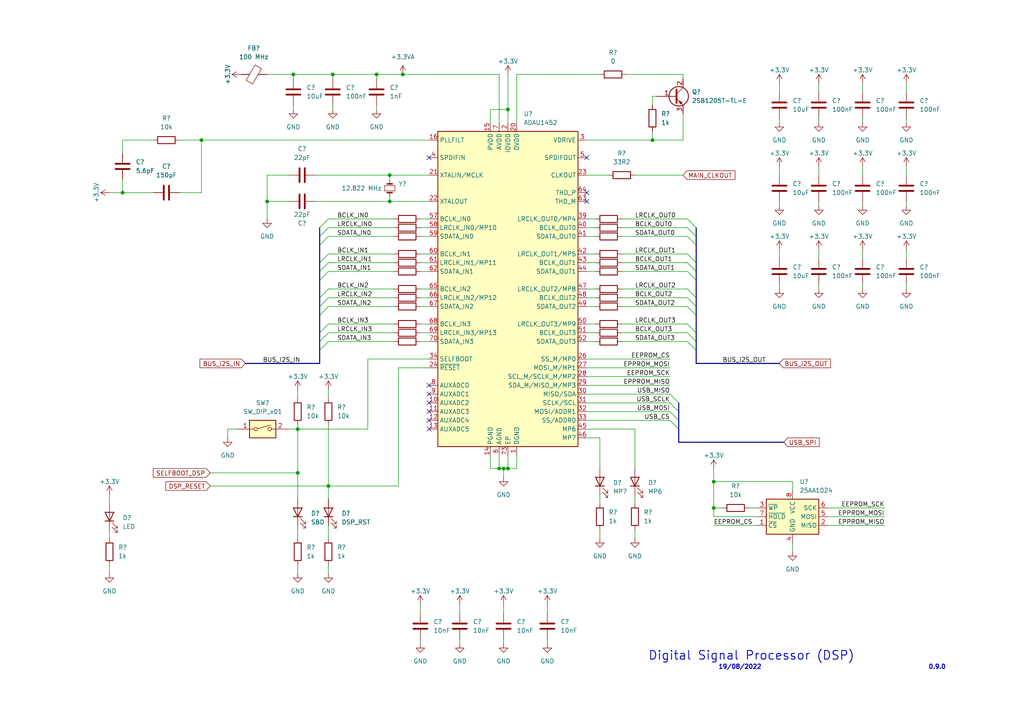
<source format=kicad_sch>
(kicad_sch (version 20211123) (generator eeschema)
  (paper "A4")
  (lib_symbols
    (symbol "DSP_AnalogDevices:ADAU1452"
      (property "Reference" "U" (at -17.78 46.99 0))
      (property "Value" "ADAU1452" (at 15.24 46.99 0))
      (symbol "ADAU1452_1_1"
        (pin power_in line (at 2.54 -48.26 90) (length 2.54) (name "DGND") (number "1"))
        (pin input line (at -22.86 -33.02 0) (length 2.54) (name "AUXADC2") (number "10"))
        (pin input line (at -22.86 -35.56 0) (length 2.54) (name "AUXADC3") (number "11"))
        (pin input line (at -22.86 -38.1 0) (length 2.54) (name "AUXADC4") (number "12"))
        (pin input line (at -22.86 -40.64 0) (length 2.54) (name "AUXADC5") (number "13"))
        (pin power_in line (at -5.08 -48.26 90) (length 2.54) (name "PGND") (number "14"))
        (pin power_in line (at -5.08 48.26 270) (length 2.54) (name "PVDD") (number "15"))
        (pin passive line (at -22.86 43.18 0) (length 2.54) (name "PLLFILT") (number "16"))
        (pin passive line (at 2.54 -48.26 90) (length 2.54) hide (name "DGND") (number "17"))
        (pin passive line (at 0 48.26 270) (length 2.54) hide (name "IOVDD") (number "18"))
        (pin passive line (at 2.54 -48.26 90) (length 2.54) hide (name "DGND") (number "19"))
        (pin power_in line (at 0 48.26 270) (length 2.54) (name "IOVDD") (number "2"))
        (pin power_in line (at 2.54 48.26 270) (length 2.54) (name "DVDD") (number "20"))
        (pin input line (at -22.86 33.02 0) (length 2.54) (name "XTALIN/MCLK") (number "21"))
        (pin output line (at -22.86 25.4 0) (length 2.54) (name "XTALOUT") (number "22"))
        (pin output line (at 22.86 33.02 180) (length 2.54) (name "CLKOUT") (number "23"))
        (pin input line (at -22.86 -22.86 0) (length 2.54) (name "~{RESET}") (number "24"))
        (pin passive line (at 2.54 -48.26 90) (length 2.54) hide (name "DGND") (number "25"))
        (pin bidirectional line (at 22.86 -20.32 180) (length 2.54) (name "SS_M/MP0") (number "26"))
        (pin bidirectional line (at 22.86 -22.86 180) (length 2.54) (name "MOSI_M/MP1") (number "27"))
        (pin bidirectional line (at 22.86 -25.4 180) (length 2.54) (name "SCL_M/SCLK_M/MP2") (number "28"))
        (pin bidirectional line (at 22.86 -27.94 180) (length 2.54) (name "SDA_M/MISO_M/MP3") (number "29"))
        (pin output line (at 22.86 43.18 180) (length 2.54) (name "VDRIVE") (number "3"))
        (pin bidirectional line (at 22.86 -30.48 180) (length 2.54) (name "MISO/SDA") (number "30"))
        (pin input line (at 22.86 -33.02 180) (length 2.54) (name "SCLK/SCL") (number "31"))
        (pin input line (at 22.86 -35.56 180) (length 2.54) (name "MOSI/ADDR1") (number "32"))
        (pin input line (at 22.86 -38.1 180) (length 2.54) (name "SS/ADDR0") (number "33"))
        (pin input line (at -22.86 -20.32 0) (length 2.54) (name "SELFBOOT") (number "34"))
        (pin passive line (at 2.54 48.26 270) (length 2.54) hide (name "DVDD") (number "35"))
        (pin passive line (at 2.54 -48.26 90) (length 2.54) hide (name "DGND") (number "36"))
        (pin passive line (at 2.54 -48.26 90) (length 2.54) hide (name "DGND") (number "37"))
        (pin passive line (at 0 48.26 270) (length 2.54) hide (name "IOVDD") (number "38"))
        (pin bidirectional line (at 22.86 20.32 180) (length 2.54) (name "LRCLK_OUT0/MP4") (number "39"))
        (pin input line (at -22.86 38.1 0) (length 2.54) (name "SPDIFIN") (number "4"))
        (pin bidirectional line (at 22.86 17.78 180) (length 2.54) (name "BCLK_OUT0") (number "40"))
        (pin output line (at 22.86 15.24 180) (length 2.54) (name "SDATA_OUT0") (number "41"))
        (pin bidirectional line (at 22.86 10.16 180) (length 2.54) (name "LRCLK_OUT1/MP5") (number "42"))
        (pin bidirectional line (at 22.86 7.62 180) (length 2.54) (name "BCLK_OUT1") (number "43"))
        (pin output line (at 22.86 5.08 180) (length 2.54) (name "SDATA_OUT1") (number "44"))
        (pin bidirectional line (at 22.86 -40.64 180) (length 2.54) (name "MP6") (number "45"))
        (pin bidirectional line (at 22.86 -43.18 180) (length 2.54) (name "MP7") (number "46"))
        (pin bidirectional line (at 22.86 0 180) (length 2.54) (name "LRCLK_OUT2/MP8") (number "47"))
        (pin bidirectional line (at 22.86 -2.54 180) (length 2.54) (name "BCLK_OUT2") (number "48"))
        (pin output line (at 22.86 -5.08 180) (length 2.54) (name "SDATA_OUT2") (number "49"))
        (pin output line (at 22.86 38.1 180) (length 2.54) (name "SPDIFOUT") (number "5"))
        (pin bidirectional line (at 22.86 -10.16 180) (length 2.54) (name "LRCLK_OUT3/MP9") (number "50"))
        (pin bidirectional line (at 22.86 -12.7 180) (length 2.54) (name "BCLK_OUT3") (number "51"))
        (pin output line (at 22.86 -15.24 180) (length 2.54) (name "SDATA_OUT3") (number "52"))
        (pin passive line (at 2.54 48.26 270) (length 2.54) hide (name "DVDD") (number "53"))
        (pin passive line (at 2.54 -48.26 90) (length 2.54) hide (name "DGND") (number "54"))
        (pin passive line (at 2.54 -48.26 90) (length 2.54) hide (name "DGND") (number "55"))
        (pin passive line (at 0 48.26 270) (length 2.54) hide (name "IOVDD") (number "56"))
        (pin bidirectional line (at -22.86 20.32 0) (length 2.54) (name "BCLK_IN0") (number "57"))
        (pin bidirectional line (at -22.86 17.78 0) (length 2.54) (name "LRCLK_IN0/MP10") (number "58"))
        (pin input line (at -22.86 15.24 0) (length 2.54) (name "SDATA_IN0") (number "59"))
        (pin power_in line (at -2.54 -48.26 90) (length 2.54) (name "AGND") (number "6"))
        (pin bidirectional line (at -22.86 10.16 0) (length 2.54) (name "BCLK_IN1") (number "60"))
        (pin bidirectional line (at -22.86 7.62 0) (length 2.54) (name "LRCLK_IN1/MP11") (number "61"))
        (pin input line (at -22.86 5.08 0) (length 2.54) (name "SDATA_IN1") (number "62"))
        (pin passive line (at 22.86 25.4 180) (length 2.54) (name "THD_M") (number "63"))
        (pin passive line (at 22.86 27.94 180) (length 2.54) (name "THD_P") (number "64"))
        (pin bidirectional line (at -22.86 0 0) (length 2.54) (name "BCLK_IN2") (number "65"))
        (pin bidirectional line (at -22.86 -2.54 0) (length 2.54) (name "LRCLK_IN2/MP12") (number "66"))
        (pin input line (at -22.86 -5.08 0) (length 2.54) (name "SDATA_IN2") (number "67"))
        (pin bidirectional line (at -22.86 -10.16 0) (length 2.54) (name "BCLK_IN3") (number "68"))
        (pin bidirectional line (at -22.86 -12.7 0) (length 2.54) (name "LRCLK_IN3/MP13") (number "69"))
        (pin power_in line (at -2.54 48.26 270) (length 2.54) (name "AVDD") (number "7"))
        (pin input line (at -22.86 -15.24 0) (length 2.54) (name "SDATA_IN3") (number "70"))
        (pin passive line (at 2.54 48.26 270) (length 2.54) hide (name "DVDD") (number "71"))
        (pin passive line (at 2.54 -48.26 90) (length 2.54) hide (name "DGND") (number "72"))
        (pin power_in line (at 0 -48.26 90) (length 2.54) (name "EP") (number "73"))
        (pin input line (at -22.86 -27.94 0) (length 2.54) (name "AUXADC0") (number "8"))
        (pin input line (at -22.86 -30.48 0) (length 2.54) (name "AUXADC1") (number "9"))
      )
    )
    (symbol "Device:C" (pin_numbers hide) (pin_names (offset 0.254))
      (property "Reference" "C" (at 0.635 2.54 0))
      (property "Value" "C" (at 0.635 -2.54 0))
      (symbol "C_1_1"
        (pin passive line (at 0 3.81 270) (length 2.794) (name "~") (number "1"))
        (pin passive line (at 0 -3.81 90) (length 2.794) (name "~") (number "2"))
      )
    )
    (symbol "Device:Crystal_Small" (pin_numbers hide) (pin_names (offset 1.016) hide)
      (property "Reference" "Y" (at 0 2.54 0))
      (property "Value" "Crystal_Small" (at 0 -2.54 0))
      (symbol "Crystal_Small_1_1"
        (pin passive line (at -2.54 0 0) (length 1.27) (name "1") (number "1"))
        (pin passive line (at 2.54 0 180) (length 1.27) (name "2") (number "2"))
      )
    )
    (symbol "Device:FerriteBead" (pin_numbers hide) (pin_names (offset 0))
      (property "Reference" "FB" (at -3.81 0.635 90))
      (property "Value" "FerriteBead" (at 3.81 0 90))
      (symbol "FerriteBead_1_1"
        (pin passive line (at 0 3.81 270) (length 2.54) (name "~") (number "1"))
        (pin passive line (at 0 -3.81 90) (length 2.54) (name "~") (number "2"))
      )
    )
    (symbol "Device:LED" (pin_numbers hide) (pin_names (offset 1.016) hide)
      (property "Reference" "D" (at 0 2.54 0))
      (property "Value" "LED" (at 0 -2.54 0))
      (symbol "LED_1_1"
        (pin passive line (at -3.81 0 0) (length 2.54) (name "K") (number "1"))
        (pin passive line (at 3.81 0 180) (length 2.54) (name "A") (number "2"))
      )
    )
    (symbol "Device:Q_PNP_BCE" (pin_names (offset 0) hide)
      (property "Reference" "Q" (at 5.08 1.27 0))
      (property "Value" "Q_PNP_BCE" (at 5.08 -1.27 0))
      (symbol "Q_PNP_BCE_1_1"
        (pin input line (at -5.08 0 0) (length 5.715) (name "B") (number "1"))
        (pin passive line (at 2.54 5.08 270) (length 2.54) (name "C") (number "2"))
        (pin passive line (at 2.54 -5.08 90) (length 2.54) (name "E") (number "3"))
      )
    )
    (symbol "Device:R" (pin_numbers hide) (pin_names (offset 0))
      (property "Reference" "R" (at 2.032 0 90))
      (property "Value" "R" (at 0 0 90))
      (symbol "R_1_1"
        (pin passive line (at 0 3.81 270) (length 1.27) (name "~") (number "1"))
        (pin passive line (at 0 -3.81 90) (length 1.27) (name "~") (number "2"))
      )
    )
    (symbol "Memory_EEPROM:25LCxxx"
      (property "Reference" "U" (at -7.62 6.35 0))
      (property "Value" "25LCxxx" (at 2.54 -6.35 0))
      (symbol "25LCxxx_1_1"
        (pin input line (at -10.16 -2.54 0) (length 2.54) (name "~{CS}") (number "1"))
        (pin tri_state line (at 10.16 -2.54 180) (length 2.54) (name "MISO") (number "2"))
        (pin input line (at -10.16 2.54 0) (length 2.54) (name "~{WP}") (number "3"))
        (pin power_in line (at 0 -7.62 90) (length 2.54) (name "GND") (number "4"))
        (pin input line (at 10.16 0 180) (length 2.54) (name "MOSI") (number "5"))
        (pin input line (at 10.16 2.54 180) (length 2.54) (name "SCK") (number "6"))
        (pin input line (at -10.16 0 0) (length 2.54) (name "~{HOLD}") (number "7"))
        (pin power_in line (at 0 7.62 270) (length 2.54) (name "VCC") (number "8"))
      )
    )
    (symbol "Switch:SW_DIP_x01" (pin_names (offset 0) hide)
      (property "Reference" "SW" (at 0 3.81 0))
      (property "Value" "SW_DIP_x01" (at 0 -3.81 0))
      (symbol "SW_DIP_x01_1_1"
        (pin passive line (at -7.62 0 0) (length 5.08) (name "~") (number "1"))
        (pin passive line (at 7.62 0 180) (length 5.08) (name "~") (number "2"))
      )
    )
    (symbol "power:+3.3V" (power) (pin_names (offset 0))
      (property "Value" "+3.3V" (at 0 3.556 0))
      (symbol "+3.3V_1_1"
        (pin power_in line (at 0 0 90) (length 0) hide (name "+3.3V") (number "1"))
      )
    )
    (symbol "power:+3.3VA" (power) (pin_names (offset 0))
      (property "Value" "+3.3VA" (at 0 3.556 0))
      (symbol "+3.3VA_1_1"
        (pin power_in line (at 0 0 90) (length 0) hide (name "+3.3VA") (number "1"))
      )
    )
    (symbol "power:GND" (power) (pin_names (offset 0))
      (property "Value" "GND" (at 0 -3.81 0))
      (symbol "GND_1_1"
        (pin power_in line (at 0 0 270) (length 0) hide (name "GND") (number "1"))
      )
    )
  )
  (junction (at 58.42 40.64))
  (junction (at 113.03 50.8))
  (junction (at 207.01 147.32))
  (junction (at 189.23 40.64))
  (junction (at 86.36 137.16))
  (junction (at 147.32 135.89))
  (junction (at 95.25 140.97))
  (junction (at 77.47 58.42))
  (junction (at 35.56 55.88))
  (junction (at 146.05 135.89))
  (junction (at 207.01 139.7))
  (junction (at 85.09 21.59))
  (junction (at 109.22 21.59))
  (junction (at 113.03 58.42))
  (junction (at 147.32 31.75))
  (junction (at 116.84 21.59))
  (junction (at 144.78 135.89))
  (junction (at 96.52 21.59))
  (junction (at 86.36 124.46))
  (no_connect (at 124.46 114.3))
  (no_connect (at 124.46 119.38))
  (no_connect (at 124.46 121.92))
  (no_connect (at 124.46 45.72))
  (no_connect (at 124.46 124.46))
  (no_connect (at 170.18 58.42))
  (no_connect (at 170.18 55.88))
  (no_connect (at 124.46 111.76))
  (no_connect (at 124.46 116.84))
  (no_connect (at 170.18 45.72))
  (bus_entry (at 199.39 96.52) (size 2.54 2.54))
  (bus_entry (at 92.71 96.52) (size 2.54 -2.54))
  (bus_entry (at 199.39 93.98) (size 2.54 2.54))
  (bus_entry (at 199.39 63.5) (size 2.54 2.54))
  (bus_entry (at 199.39 68.58) (size 2.54 2.54))
  (bus_entry (at 194.31 116.84) (size 2.54 2.54))
  (bus_entry (at 194.31 119.38) (size 2.54 2.54))
  (bus_entry (at 199.39 73.66) (size 2.54 2.54))
  (bus_entry (at 92.71 88.9) (size 2.54 -2.54))
  (bus_entry (at 194.31 121.92) (size 2.54 2.54))
  (bus_entry (at 95.25 63.5) (size -2.54 2.54))
  (bus_entry (at 199.39 99.06) (size 2.54 2.54))
  (bus_entry (at 199.39 83.82) (size 2.54 2.54))
  (bus_entry (at 92.71 101.6) (size 2.54 -2.54))
  (bus_entry (at 92.71 76.2) (size 2.54 -2.54))
  (bus_entry (at 92.71 99.06) (size 2.54 -2.54))
  (bus_entry (at 92.71 71.12) (size 2.54 -2.54))
  (bus_entry (at 199.39 88.9) (size 2.54 2.54))
  (bus_entry (at 199.39 66.04) (size 2.54 2.54))
  (bus_entry (at 194.31 114.3) (size 2.54 2.54))
  (bus_entry (at 92.71 78.74) (size 2.54 -2.54))
  (bus_entry (at 92.71 91.44) (size 2.54 -2.54))
  (bus_entry (at 92.71 81.28) (size 2.54 -2.54))
  (bus_entry (at 92.71 86.36) (size 2.54 -2.54))
  (bus_entry (at 199.39 86.36) (size 2.54 2.54))
  (bus_entry (at 199.39 76.2) (size 2.54 2.54))
  (bus_entry (at 92.71 68.58) (size 2.54 -2.54))
  (bus_entry (at 199.39 78.74) (size 2.54 2.54))
  (wire (pts (xy 31.75 55.88) (xy 35.56 55.88)))
  (wire (pts (xy 219.71 149.86) (xy 207.01 149.86)))
  (wire (pts (xy 142.24 135.89) (xy 144.78 135.89)))
  (wire (pts (xy 86.36 137.16) (xy 86.36 124.46)))
  (wire (pts (xy 149.86 21.59) (xy 173.99 21.59)))
  (wire (pts (xy 226.06 58.42) (xy 226.06 59.69)))
  (wire (pts (xy 173.99 127) (xy 173.99 135.89)))
  (wire (pts (xy 83.82 124.46) (xy 86.36 124.46)))
  (wire (pts (xy 109.22 21.59) (xy 116.84 21.59)))
  (wire (pts (xy 184.15 124.46) (xy 184.15 135.89)))
  (wire (pts (xy 170.18 68.58) (xy 172.72 68.58)))
  (wire (pts (xy 77.47 58.42) (xy 77.47 50.8)))
  (bus (pts (xy 201.93 101.6) (xy 201.93 105.41)))
  (wire (pts (xy 121.92 93.98) (xy 124.46 93.98)))
  (wire (pts (xy 250.19 82.55) (xy 250.19 83.82)))
  (wire (pts (xy 35.56 52.07) (xy 35.56 55.88)))
  (wire (pts (xy 95.25 123.19) (xy 95.25 140.97)))
  (wire (pts (xy 121.92 96.52) (xy 124.46 96.52)))
  (wire (pts (xy 237.49 58.42) (xy 237.49 59.69)))
  (wire (pts (xy 207.01 139.7) (xy 229.87 139.7)))
  (bus (pts (xy 196.85 124.46) (xy 196.85 128.27)))
  (wire (pts (xy 149.86 21.59) (xy 149.86 35.56)))
  (wire (pts (xy 95.25 66.04) (xy 114.3 66.04)))
  (wire (pts (xy 170.18 86.36) (xy 172.72 86.36)))
  (wire (pts (xy 109.22 30.48) (xy 109.22 31.75)))
  (bus (pts (xy 201.93 71.12) (xy 201.93 76.2)))
  (wire (pts (xy 149.86 132.08) (xy 149.86 135.89)))
  (wire (pts (xy 60.96 137.16) (xy 86.36 137.16)))
  (wire (pts (xy 85.09 30.48) (xy 85.09 31.75)))
  (bus (pts (xy 201.93 88.9) (xy 201.93 91.44)))
  (bus (pts (xy 201.93 76.2) (xy 201.93 78.74)))
  (wire (pts (xy 31.75 143.51) (xy 31.75 146.05)))
  (wire (pts (xy 184.15 143.51) (xy 184.15 146.05)))
  (wire (pts (xy 66.04 124.46) (xy 66.04 127)))
  (wire (pts (xy 180.34 99.06) (xy 199.39 99.06)))
  (bus (pts (xy 92.71 88.9) (xy 92.71 91.44)))
  (wire (pts (xy 170.18 109.22) (xy 194.31 109.22)))
  (bus (pts (xy 201.93 81.28) (xy 201.93 86.36)))
  (wire (pts (xy 250.19 72.39) (xy 250.19 74.93)))
  (wire (pts (xy 121.92 88.9) (xy 124.46 88.9)))
  (wire (pts (xy 95.25 99.06) (xy 114.3 99.06)))
  (bus (pts (xy 92.71 101.6) (xy 92.71 105.41)))
  (wire (pts (xy 147.32 31.75) (xy 147.32 35.56)))
  (bus (pts (xy 92.71 71.12) (xy 92.71 76.2)))
  (bus (pts (xy 92.71 81.28) (xy 92.71 86.36)))
  (wire (pts (xy 77.47 58.42) (xy 83.82 58.42)))
  (wire (pts (xy 109.22 21.59) (xy 109.22 22.86)))
  (wire (pts (xy 209.55 147.32) (xy 207.01 147.32)))
  (wire (pts (xy 86.36 113.03) (xy 86.36 115.57)))
  (wire (pts (xy 95.25 113.03) (xy 95.25 115.57)))
  (wire (pts (xy 121.92 73.66) (xy 124.46 73.66)))
  (wire (pts (xy 133.35 175.26) (xy 133.35 177.8)))
  (wire (pts (xy 91.44 58.42) (xy 113.03 58.42)))
  (wire (pts (xy 170.18 76.2) (xy 172.72 76.2)))
  (wire (pts (xy 113.03 57.15) (xy 113.03 58.42)))
  (wire (pts (xy 170.18 104.14) (xy 194.31 104.14)))
  (wire (pts (xy 250.19 24.13) (xy 250.19 26.67)))
  (wire (pts (xy 170.18 127) (xy 173.99 127)))
  (wire (pts (xy 170.18 66.04) (xy 172.72 66.04)))
  (bus (pts (xy 201.93 86.36) (xy 201.93 88.9)))
  (wire (pts (xy 95.25 93.98) (xy 114.3 93.98)))
  (wire (pts (xy 106.68 104.14) (xy 124.46 104.14)))
  (wire (pts (xy 229.87 139.7) (xy 229.87 142.24)))
  (bus (pts (xy 201.93 96.52) (xy 201.93 99.06)))
  (wire (pts (xy 226.06 48.26) (xy 226.06 50.8)))
  (wire (pts (xy 180.34 78.74) (xy 199.39 78.74)))
  (wire (pts (xy 95.25 73.66) (xy 114.3 73.66)))
  (wire (pts (xy 147.32 135.89) (xy 146.05 135.89)))
  (wire (pts (xy 190.5 27.94) (xy 189.23 27.94)))
  (wire (pts (xy 262.89 24.13) (xy 262.89 26.67)))
  (wire (pts (xy 189.23 38.1) (xy 189.23 40.64)))
  (bus (pts (xy 92.71 66.04) (xy 92.71 68.58)))
  (wire (pts (xy 149.86 135.89) (xy 147.32 135.89)))
  (wire (pts (xy 198.12 33.02) (xy 198.12 40.64)))
  (wire (pts (xy 170.18 50.8) (xy 176.53 50.8)))
  (wire (pts (xy 189.23 40.64) (xy 198.12 40.64)))
  (wire (pts (xy 217.17 147.32) (xy 219.71 147.32)))
  (wire (pts (xy 96.52 21.59) (xy 109.22 21.59)))
  (wire (pts (xy 262.89 72.39) (xy 262.89 74.93)))
  (wire (pts (xy 106.68 104.14) (xy 106.68 124.46)))
  (wire (pts (xy 170.18 116.84) (xy 194.31 116.84)))
  (wire (pts (xy 95.25 152.4) (xy 95.25 156.21)))
  (wire (pts (xy 121.92 63.5) (xy 124.46 63.5)))
  (wire (pts (xy 95.25 68.58) (xy 114.3 68.58)))
  (wire (pts (xy 158.75 175.26) (xy 158.75 177.8)))
  (wire (pts (xy 96.52 30.48) (xy 96.52 31.75)))
  (bus (pts (xy 201.93 68.58) (xy 201.93 71.12)))
  (wire (pts (xy 250.19 34.29) (xy 250.19 35.56)))
  (bus (pts (xy 92.71 86.36) (xy 92.71 88.9)))
  (wire (pts (xy 116.84 21.59) (xy 144.78 21.59)))
  (wire (pts (xy 35.56 40.64) (xy 44.45 40.64)))
  (wire (pts (xy 77.47 63.5) (xy 77.47 58.42)))
  (wire (pts (xy 142.24 35.56) (xy 142.24 31.75)))
  (wire (pts (xy 95.25 86.36) (xy 114.3 86.36)))
  (wire (pts (xy 52.07 40.64) (xy 58.42 40.64)))
  (wire (pts (xy 170.18 119.38) (xy 194.31 119.38)))
  (wire (pts (xy 144.78 135.89) (xy 146.05 135.89)))
  (wire (pts (xy 121.92 68.58) (xy 124.46 68.58)))
  (wire (pts (xy 180.34 66.04) (xy 199.39 66.04)))
  (wire (pts (xy 95.25 63.5) (xy 114.3 63.5)))
  (wire (pts (xy 58.42 40.64) (xy 124.46 40.64)))
  (wire (pts (xy 35.56 44.45) (xy 35.56 40.64)))
  (wire (pts (xy 35.56 55.88) (xy 44.45 55.88)))
  (wire (pts (xy 180.34 63.5) (xy 199.39 63.5)))
  (bus (pts (xy 201.93 66.04) (xy 201.93 68.58)))
  (wire (pts (xy 207.01 152.4) (xy 219.71 152.4)))
  (wire (pts (xy 173.99 153.67) (xy 173.99 156.21)))
  (wire (pts (xy 237.49 24.13) (xy 237.49 26.67)))
  (bus (pts (xy 92.71 78.74) (xy 92.71 81.28)))
  (wire (pts (xy 95.25 88.9) (xy 114.3 88.9)))
  (wire (pts (xy 170.18 83.82) (xy 172.72 83.82)))
  (wire (pts (xy 95.25 140.97) (xy 115.57 140.97)))
  (bus (pts (xy 201.93 105.41) (xy 226.06 105.41)))
  (wire (pts (xy 121.92 99.06) (xy 124.46 99.06)))
  (wire (pts (xy 262.89 34.29) (xy 262.89 35.56)))
  (wire (pts (xy 262.89 48.26) (xy 262.89 50.8)))
  (wire (pts (xy 180.34 88.9) (xy 199.39 88.9)))
  (wire (pts (xy 158.75 185.42) (xy 158.75 186.69)))
  (wire (pts (xy 121.92 185.42) (xy 121.92 186.69)))
  (bus (pts (xy 92.71 68.58) (xy 92.71 71.12)))
  (wire (pts (xy 181.61 21.59) (xy 198.12 21.59)))
  (wire (pts (xy 133.35 185.42) (xy 133.35 186.69)))
  (wire (pts (xy 121.92 175.26) (xy 121.92 177.8)))
  (wire (pts (xy 180.34 96.52) (xy 199.39 96.52)))
  (wire (pts (xy 207.01 149.86) (xy 207.01 147.32)))
  (wire (pts (xy 170.18 73.66) (xy 172.72 73.66)))
  (wire (pts (xy 170.18 40.64) (xy 189.23 40.64)))
  (wire (pts (xy 180.34 83.82) (xy 199.39 83.82)))
  (wire (pts (xy 146.05 175.26) (xy 146.05 177.8)))
  (wire (pts (xy 170.18 121.92) (xy 194.31 121.92)))
  (wire (pts (xy 262.89 58.42) (xy 262.89 59.69)))
  (wire (pts (xy 121.92 76.2) (xy 124.46 76.2)))
  (wire (pts (xy 85.09 22.86) (xy 85.09 21.59)))
  (wire (pts (xy 189.23 27.94) (xy 189.23 30.48)))
  (wire (pts (xy 95.25 163.83) (xy 95.25 166.37)))
  (wire (pts (xy 96.52 21.59) (xy 96.52 22.86)))
  (wire (pts (xy 170.18 93.98) (xy 172.72 93.98)))
  (wire (pts (xy 147.32 21.59) (xy 147.32 31.75)))
  (wire (pts (xy 240.03 147.32) (xy 256.54 147.32)))
  (wire (pts (xy 170.18 96.52) (xy 172.72 96.52)))
  (wire (pts (xy 52.07 55.88) (xy 58.42 55.88)))
  (wire (pts (xy 77.47 21.59) (xy 85.09 21.59)))
  (wire (pts (xy 60.96 140.97) (xy 95.25 140.97)))
  (wire (pts (xy 95.25 76.2) (xy 114.3 76.2)))
  (wire (pts (xy 95.25 140.97) (xy 95.25 144.78)))
  (wire (pts (xy 146.05 135.89) (xy 146.05 138.43)))
  (wire (pts (xy 144.78 21.59) (xy 144.78 35.56)))
  (wire (pts (xy 170.18 106.68) (xy 194.31 106.68)))
  (wire (pts (xy 144.78 132.08) (xy 144.78 135.89)))
  (wire (pts (xy 115.57 106.68) (xy 124.46 106.68)))
  (wire (pts (xy 113.03 58.42) (xy 124.46 58.42)))
  (wire (pts (xy 229.87 157.48) (xy 229.87 160.02)))
  (bus (pts (xy 92.71 96.52) (xy 92.71 99.06)))
  (wire (pts (xy 237.49 82.55) (xy 237.49 83.82)))
  (wire (pts (xy 95.25 96.52) (xy 114.3 96.52)))
  (bus (pts (xy 196.85 128.27) (xy 227.33 128.27)))
  (bus (pts (xy 92.71 91.44) (xy 92.71 96.52)))
  (wire (pts (xy 86.36 163.83) (xy 86.36 166.37)))
  (wire (pts (xy 142.24 31.75) (xy 147.32 31.75)))
  (wire (pts (xy 86.36 152.4) (xy 86.36 156.21)))
  (wire (pts (xy 184.15 153.67) (xy 184.15 156.21)))
  (wire (pts (xy 121.92 83.82) (xy 124.46 83.82)))
  (wire (pts (xy 31.75 153.67) (xy 31.75 156.21)))
  (wire (pts (xy 184.15 50.8) (xy 198.12 50.8)))
  (wire (pts (xy 237.49 48.26) (xy 237.49 50.8)))
  (wire (pts (xy 180.34 73.66) (xy 199.39 73.66)))
  (wire (pts (xy 180.34 93.98) (xy 199.39 93.98)))
  (wire (pts (xy 180.34 86.36) (xy 199.39 86.36)))
  (wire (pts (xy 207.01 147.32) (xy 207.01 139.7)))
  (bus (pts (xy 196.85 121.92) (xy 196.85 124.46)))
  (wire (pts (xy 226.06 72.39) (xy 226.06 74.93)))
  (wire (pts (xy 113.03 50.8) (xy 124.46 50.8)))
  (wire (pts (xy 95.25 83.82) (xy 114.3 83.82)))
  (wire (pts (xy 226.06 34.29) (xy 226.06 35.56)))
  (wire (pts (xy 146.05 185.42) (xy 146.05 186.69)))
  (bus (pts (xy 196.85 119.38) (xy 196.85 121.92)))
  (bus (pts (xy 196.85 116.84) (xy 196.85 119.38)))
  (wire (pts (xy 250.19 48.26) (xy 250.19 50.8)))
  (wire (pts (xy 86.36 123.19) (xy 86.36 124.46)))
  (wire (pts (xy 237.49 72.39) (xy 237.49 74.93)))
  (bus (pts (xy 201.93 78.74) (xy 201.93 81.28)))
  (wire (pts (xy 170.18 88.9) (xy 172.72 88.9)))
  (bus (pts (xy 71.12 105.41) (xy 92.71 105.41)))
  (wire (pts (xy 85.09 21.59) (xy 96.52 21.59)))
  (wire (pts (xy 198.12 21.59) (xy 198.12 22.86)))
  (wire (pts (xy 77.47 50.8) (xy 83.82 50.8)))
  (wire (pts (xy 170.18 111.76) (xy 194.31 111.76)))
  (wire (pts (xy 173.99 143.51) (xy 173.99 146.05)))
  (wire (pts (xy 226.06 82.55) (xy 226.06 83.82)))
  (wire (pts (xy 86.36 137.16) (xy 86.36 144.78)))
  (wire (pts (xy 226.06 24.13) (xy 226.06 26.67)))
  (wire (pts (xy 262.89 82.55) (xy 262.89 83.82)))
  (wire (pts (xy 86.36 124.46) (xy 106.68 124.46)))
  (wire (pts (xy 121.92 86.36) (xy 124.46 86.36)))
  (wire (pts (xy 147.32 132.08) (xy 147.32 135.89)))
  (wire (pts (xy 170.18 63.5) (xy 172.72 63.5)))
  (wire (pts (xy 170.18 78.74) (xy 172.72 78.74)))
  (wire (pts (xy 250.19 58.42) (xy 250.19 59.69)))
  (bus (pts (xy 201.93 99.06) (xy 201.93 101.6)))
  (bus (pts (xy 92.71 99.06) (xy 92.71 101.6)))
  (wire (pts (xy 180.34 68.58) (xy 199.39 68.58)))
  (wire (pts (xy 237.49 34.29) (xy 237.49 35.56)))
  (wire (pts (xy 142.24 132.08) (xy 142.24 135.89)))
  (wire (pts (xy 240.03 149.86) (xy 256.54 149.86)))
  (wire (pts (xy 170.18 114.3) (xy 194.31 114.3)))
  (wire (pts (xy 121.92 78.74) (xy 124.46 78.74)))
  (wire (pts (xy 115.57 106.68) (xy 115.57 140.97)))
  (wire (pts (xy 58.42 55.88) (xy 58.42 40.64)))
  (wire (pts (xy 207.01 135.89) (xy 207.01 139.7)))
  (bus (pts (xy 92.71 76.2) (xy 92.71 78.74)))
  (wire (pts (xy 68.58 124.46) (xy 66.04 124.46)))
  (wire (pts (xy 121.92 66.04) (xy 124.46 66.04)))
  (wire (pts (xy 113.03 52.07) (xy 113.03 50.8)))
  (wire (pts (xy 95.25 78.74) (xy 114.3 78.74)))
  (wire (pts (xy 240.03 152.4) (xy 256.54 152.4)))
  (bus (pts (xy 201.93 91.44) (xy 201.93 96.52)))
  (wire (pts (xy 91.44 50.8) (xy 113.03 50.8)))
  (wire (pts (xy 170.18 124.46) (xy 184.15 124.46)))
  (wire (pts (xy 170.18 99.06) (xy 172.72 99.06)))
  (wire (pts (xy 31.75 163.83) (xy 31.75 166.37)))
  (wire (pts (xy 180.34 76.2) (xy 199.39 76.2)))
  (text "19/08/2022" (at 208.28 194.31 0) (effects (font (size 1.27 1.27) bold) (justify left bottom)))
  (text "Digital Signal Processor (DSP)" (at 187.96 191.77 0) (effects (font (size 2.54 2.54) (thickness 0.254) bold) (justify left bottom)))
  (text "0.9.0" (at 269.24 194.31 0) (effects (font (size 1.27 1.27) bold) (justify left bottom)))
  (label "BUS_I2S_IN" (at 76.2 105.41 0))
  (label "SDATA_IN0" (at 97.79 68.58 0))
  (label "BCLK_OUT1" (at 184.15 76.2 0))
  (label "BCLK_OUT3" (at 184.15 96.52 0))
  (label "EEPROM_CS" (at 207.01 152.4 0))
  (label "LRCLK_OUT0" (at 184.15 63.5 0))
  (label "EEPROM_SCK" (at 256.54 147.32 180))
  (label "BCLK_IN2" (at 97.79 83.82 0))
  (label "USB_MISO" (at 194.31 114.3 180))
  (label "EPPROM_MOSI" (at 256.54 149.86 180))
  (label "EPPROM_MISO" (at 256.54 152.4 180))
  (label "USB_CS" (at 194.31 121.92 180))
  (label "BUS_I2S_OUT" (at 209.55 105.41 0))
  (label "SDATA_OUT1" (at 184.15 78.74 0))
  (label "SDATA_IN2" (at 97.79 88.9 0))
  (label "LRCLK_IN1" (at 97.79 76.2 0))
  (label "EPPROM_MOSI" (at 194.31 106.68 180))
  (label "BCLK_OUT0" (at 184.15 66.04 0))
  (label "LRCLK_OUT3" (at 184.15 93.98 0))
  (label "BCLK_IN3" (at 97.79 93.98 0))
  (label "LRCLK_IN2" (at 97.79 86.36 0))
  (label "LRCLK_OUT2" (at 184.15 83.82 0))
  (label "BCLK_OUT2" (at 184.15 86.36 0))
  (label "EEPROM_SCK" (at 194.31 109.22 180))
  (label "EPPROM_MISO" (at 194.31 111.76 180))
  (label "SDATA_IN3" (at 97.79 99.06 0))
  (label "USB_MOSI" (at 194.31 119.38 180))
  (label "SDATA_OUT3" (at 184.15 99.06 0))
  (label "SDATA_OUT0" (at 184.15 68.58 0))
  (label "LRCLK_IN3" (at 97.79 96.52 0))
  (label "LRCLK_IN0" (at 97.79 66.04 0))
  (label "SDATA_IN1" (at 97.79 78.74 0))
  (label "USB_SCLK" (at 194.31 116.84 180))
  (label "SDATA_OUT2" (at 184.15 88.9 0))
  (label "BCLK_IN1" (at 97.79 73.66 0))
  (label "BCLK_IN0" (at 97.79 63.5 0))
  (label "EEPROM_CS" (at 194.31 104.14 180))
  (label "LRCLK_OUT1" (at 184.15 73.66 0))
  (global_label "BUS_I2S_OUT" (shape input) (at 226.06 105.41 0) (property "Intersheet References" "${INTERSHEET_REFS}" (effects hide)))
  (global_label "DSP_RESET" (shape input) (at 60.96 140.97 180) (property "Intersheet References" "${INTERSHEET_REFS}" (effects hide)))
  (global_label "BUS_I2S_IN" (shape input) (at 71.12 105.41 180) (property "Intersheet References" "${INTERSHEET_REFS}" (effects hide)))
  (global_label "USB_SPI" (shape input) (at 227.33 128.27 0) (property "Intersheet References" "${INTERSHEET_REFS}" (effects hide)))
  (global_label "MAIN_CLKOUT" (shape input) (at 198.12 50.8 0) (property "Intersheet References" "${INTERSHEET_REFS}" (effects hide)))
  (global_label "SELFBOOT_DSP" (shape input) (at 60.96 137.16 180) (property "Intersheet References" "${INTERSHEET_REFS}" (effects hide)))
  (symbol (lib_id "power:GND") (at 262.89 35.56 0) (unit 1)
    (property "Reference" "#PWR?" (effects hide))
    (property "Value" "GND" (at 262.89 40.64 0))
  )
  (symbol (lib_id "Device:C") (at 262.89 30.48 0) (unit 1)
    (property "Reference" "C?" (at 266.7 29.2099 0) (effects (justify left)))
    (property "Value" "100nF" (at 266.7 31.7499 0) (effects (justify left)))
    (property "Footprint" "Capacitor_SMD:C_0603_1608Metric_Pad1.08x0.95mm_HandSolder" (effects hide))
  )
  (symbol (lib_id "Device:C") (at 226.06 30.48 0) (unit 1)
    (property "Reference" "C?" (at 229.87 29.2099 0) (effects (justify left)))
    (property "Value" "10uF" (at 229.87 31.7499 0) (effects (justify left)))
    (property "Footprint" "Capacitor_SMD:C_0603_1608Metric_Pad1.08x0.95mm_HandSolder" (effects hide))
  )
  (symbol (lib_id "Device:R") (at 176.53 78.74 90) (unit 1)
    (property "Reference" "R?" (effects hide))
    (property "Value" "100" (effects hide))
    (property "Footprint" "Resistor_SMD:R_0201_0603Metric_Pad0.64x0.40mm_HandSolder" (effects hide))
  )
  (symbol (lib_id "power:GND") (at 95.25 166.37 0) (unit 1)
    (property "Reference" "#PWR?" (effects hide))
    (property "Value" "GND" (at 95.25 171.45 0))
  )
  (symbol (lib_id "Device:R") (at 95.25 119.38 180) (unit 1)
    (property "Reference" "R?" (at 97.79 118.1099 0) (effects (justify right)))
    (property "Value" "10k" (at 97.79 120.6499 0) (effects (justify right)))
    (property "Footprint" "Resistor_SMD:R_0201_0603Metric_Pad0.64x0.40mm_HandSolder" (effects hide))
  )
  (symbol (lib_id "power:GND") (at 237.49 35.56 0) (unit 1)
    (property "Reference" "#PWR?" (effects hide))
    (property "Value" "GND" (at 237.49 40.64 0))
  )
  (symbol (lib_id "power:GND") (at 237.49 59.69 0) (unit 1)
    (property "Reference" "#PWR?" (effects hide))
    (property "Value" "GND" (at 237.49 64.77 0))
  )
  (symbol (lib_id "Device:R") (at 48.26 40.64 90) (unit 1)
    (property "Reference" "R?" (at 48.26 34.29 90))
    (property "Value" "10k" (at 48.26 36.83 90))
    (property "Footprint" "Resistor_SMD:R_0201_0603Metric_Pad0.64x0.40mm_HandSolder" (effects hide))
  )
  (symbol (lib_id "power:GND") (at 121.92 186.69 0) (unit 1)
    (property "Reference" "#PWR?" (effects hide))
    (property "Value" "GND" (at 121.92 191.77 0))
  )
  (symbol (lib_id "Device:R") (at 118.11 96.52 90) (unit 1)
    (property "Reference" "R?" (effects hide))
    (property "Value" "100" (effects hide))
    (property "Footprint" "Resistor_SMD:R_0201_0603Metric_Pad0.64x0.40mm_HandSolder" (effects hide))
  )
  (symbol (lib_id "Device:C") (at 262.89 78.74 0) (unit 1)
    (property "Reference" "C?" (at 266.7 77.4699 0) (effects (justify left)))
    (property "Value" "100nF" (at 266.7 80.0099 0) (effects (justify left)))
    (property "Footprint" "Capacitor_SMD:C_0603_1608Metric_Pad1.08x0.95mm_HandSolder" (effects hide))
  )
  (symbol (lib_id "Switch:SW_DIP_x01") (at 76.2 124.46 0) (unit 1)
    (property "Reference" "SW?" (at 76.2 116.84 0))
    (property "Value" "SW_DIP_x01" (at 76.2 119.38 0))
  )
  (symbol (lib_id "DSP_AnalogDevices:ADAU1452") (at 147.32 83.82 0) (unit 1)
    (property "Reference" "U?" (at 151.8794 33.02 0) (effects (justify left)))
    (property "Value" "ADAU1452" (at 151.8794 35.56 0) (effects (justify left)))
    (property "Footprint" "Package_CSP:LFCSP-72-1EP_10x10mm_P0.5mm_EP5.3x5.3mm" (effects hide))
    (property "Datasheet" "https://www.analog.com/media/en/technical-documentation/data-sheets/ADAU1452_1451_1450.pdf" (effects hide))
  )
  (symbol (lib_id "power:+3.3V") (at 262.89 72.39 0) (unit 1)
    (property "Reference" "#PWR?" (effects hide))
    (property "Value" "+3.3V" (at 262.89 68.58 0))
  )
  (symbol (lib_id "Device:R") (at 213.36 147.32 270) (unit 1)
    (property "Reference" "R?" (at 213.36 140.97 90))
    (property "Value" "10k" (at 213.36 143.51 90))
    (property "Footprint" "Resistor_SMD:R_0201_0603Metric_Pad0.64x0.40mm_HandSolder" (effects hide))
  )
  (symbol (lib_id "Device:R") (at 184.15 149.86 0) (unit 1)
    (property "Reference" "R?" (at 186.69 148.5899 0) (effects (justify left)))
    (property "Value" "1k" (at 186.69 151.1299 0) (effects (justify left)))
    (property "Footprint" "Resistor_SMD:R_0201_0603Metric_Pad0.64x0.40mm_HandSolder" (effects hide))
  )
  (symbol (lib_id "Device:R") (at 118.11 66.04 90) (unit 1)
    (property "Reference" "R?" (effects hide))
    (property "Value" "100" (effects hide))
    (property "Footprint" "Resistor_SMD:R_0201_0603Metric_Pad0.64x0.40mm_HandSolder" (effects hide))
  )
  (symbol (lib_id "Device:C") (at 237.49 30.48 0) (unit 1)
    (property "Reference" "C?" (at 241.3 29.2099 0) (effects (justify left)))
    (property "Value" "100nF" (at 241.3 31.7499 0) (effects (justify left)))
    (property "Footprint" "Capacitor_SMD:C_0603_1608Metric_Pad1.08x0.95mm_HandSolder" (effects hide))
  )
  (symbol (lib_id "Device:C") (at 109.22 26.67 0) (unit 1)
    (property "Reference" "C?" (at 113.03 25.3999 0) (effects (justify left)))
    (property "Value" "1nF" (at 113.03 27.9399 0) (effects (justify left)))
    (property "Footprint" "Capacitor_SMD:C_0603_1608Metric_Pad1.08x0.95mm_HandSolder" (effects hide))
  )
  (symbol (lib_id "Device:R") (at 173.99 149.86 0) (unit 1)
    (property "Reference" "R?" (at 176.53 148.5899 0) (effects (justify left)))
    (property "Value" "1k" (at 176.53 151.1299 0) (effects (justify left)))
    (property "Footprint" "Resistor_SMD:R_0201_0603Metric_Pad0.64x0.40mm_HandSolder" (effects hide))
  )
  (symbol (lib_id "power:GND") (at 85.09 31.75 0) (unit 1)
    (property "Reference" "#PWR?" (effects hide))
    (property "Value" "GND" (at 85.09 36.83 0))
  )
  (symbol (lib_id "Device:C") (at 237.49 78.74 0) (unit 1)
    (property "Reference" "C?" (at 241.3 77.4699 0) (effects (justify left)))
    (property "Value" "100nF" (at 241.3 80.0099 0) (effects (justify left)))
    (property "Footprint" "Capacitor_SMD:C_0603_1608Metric_Pad1.08x0.95mm_HandSolder" (effects hide))
  )
  (symbol (lib_id "power:+3.3V") (at 237.49 72.39 0) (unit 1)
    (property "Reference" "#PWR?" (effects hide))
    (property "Value" "+3.3V" (at 237.49 68.58 0))
  )
  (symbol (lib_id "power:+3.3V") (at 262.89 48.26 0) (unit 1)
    (property "Reference" "#PWR?" (effects hide))
    (property "Value" "+3.3V" (at 262.89 44.45 0))
  )
  (symbol (lib_id "power:GND") (at 226.06 59.69 0) (unit 1)
    (property "Reference" "#PWR?" (effects hide))
    (property "Value" "GND" (at 226.06 64.77 0))
  )
  (symbol (lib_id "power:GND") (at 226.06 83.82 0) (unit 1)
    (property "Reference" "#PWR?" (effects hide))
    (property "Value" "GND" (at 226.06 88.9 0))
  )
  (symbol (lib_id "Device:Q_PNP_BCE") (at 195.58 27.94 0) (unit 1)
    (property "Reference" "Q?" (at 200.66 26.6699 0) (effects (justify left)))
    (property "Value" "2SB1205T-TL-E" (at 200.66 29.2099 0) (effects (justify left)))
    (property "Footprint" "Package_TO_SOT_SMD:SOT-23" (effects hide))
  )
  (symbol (lib_id "Device:R") (at 118.11 93.98 90) (unit 1)
    (property "Reference" "R?" (effects hide))
    (property "Value" "100" (effects hide))
    (property "Footprint" "Resistor_SMD:R_0201_0603Metric_Pad0.64x0.40mm_HandSolder" (effects hide))
  )
  (symbol (lib_id "power:GND") (at 229.87 160.02 0) (unit 1)
    (property "Reference" "#PWR?" (effects hide))
    (property "Value" "GND" (at 229.87 165.1 0))
  )
  (symbol (lib_id "Device:C") (at 250.19 30.48 0) (unit 1)
    (property "Reference" "C?" (at 254 29.2099 0) (effects (justify left)))
    (property "Value" "100nF" (at 254 31.7499 0) (effects (justify left)))
    (property "Footprint" "Capacitor_SMD:C_0603_1608Metric_Pad1.08x0.95mm_HandSolder" (effects hide))
  )
  (symbol (lib_id "power:+3.3V") (at 31.75 55.88 90) (unit 1)
    (property "Reference" "#PWR?" (effects hide))
    (property "Value" "+3.3V" (at 27.94 55.88 0))
  )
  (symbol (lib_id "Device:R") (at 118.11 88.9 90) (unit 1)
    (property "Reference" "R?" (effects hide))
    (property "Value" "100" (effects hide))
    (property "Footprint" "Resistor_SMD:R_0201_0603Metric_Pad0.64x0.40mm_HandSolder" (effects hide))
  )
  (symbol (lib_id "power:+3.3V") (at 147.32 21.59 0) (unit 1)
    (property "Reference" "#PWR?" (effects hide))
    (property "Value" "+3.3V" (at 147.32 17.78 0))
  )
  (symbol (lib_id "power:GND") (at 262.89 59.69 0) (unit 1)
    (property "Reference" "#PWR?" (effects hide))
    (property "Value" "GND" (at 262.89 64.77 0))
  )
  (symbol (lib_id "Device:R") (at 189.23 34.29 0) (unit 1)
    (property "Reference" "R?" (at 191.77 33.0199 0) (effects (justify left)))
    (property "Value" "1k" (at 191.77 35.5599 0) (effects (justify left)))
    (property "Footprint" "Resistor_SMD:R_0201_0603Metric_Pad0.64x0.40mm_HandSolder" (effects hide))
  )
  (symbol (lib_id "power:GND") (at 184.15 156.21 0) (unit 1)
    (property "Reference" "#PWR?" (effects hide))
    (property "Value" "GND" (at 184.15 161.29 0))
  )
  (symbol (lib_id "Device:C") (at 85.09 26.67 0) (unit 1)
    (property "Reference" "C?" (at 88.9 25.3999 0) (effects (justify left)))
    (property "Value" "10uF" (at 88.9 27.9399 0) (effects (justify left)))
    (property "Footprint" "Capacitor_SMD:C_0603_1608Metric_Pad1.08x0.95mm_HandSolder" (effects hide))
  )
  (symbol (lib_id "Device:C") (at 35.56 48.26 180) (unit 1)
    (property "Reference" "C?" (at 39.37 46.9899 0) (effects (justify right)))
    (property "Value" "5.6pF" (at 39.37 49.5299 0) (effects (justify right)))
    (property "Footprint" "Capacitor_SMD:C_0603_1608Metric_Pad1.08x0.95mm_HandSolder" (effects hide))
  )
  (symbol (lib_id "Device:R") (at 86.36 119.38 180) (unit 1)
    (property "Reference" "R?" (at 88.9 118.1099 0) (effects (justify right)))
    (property "Value" "10k" (at 88.9 120.6499 0) (effects (justify right)))
    (property "Footprint" "Resistor_SMD:R_0201_0603Metric_Pad0.64x0.40mm_HandSolder" (effects hide))
  )
  (symbol (lib_id "power:GND") (at 31.75 166.37 0) (unit 1)
    (property "Reference" "#PWR?" (effects hide))
    (property "Value" "GND" (at 31.75 171.45 0))
  )
  (symbol (lib_id "Device:R") (at 118.11 76.2 90) (unit 1)
    (property "Reference" "R?" (effects hide))
    (property "Value" "100" (effects hide))
    (property "Footprint" "Resistor_SMD:R_0201_0603Metric_Pad0.64x0.40mm_HandSolder" (effects hide))
  )
  (symbol (lib_id "Device:C") (at 237.49 54.61 0) (unit 1)
    (property "Reference" "C?" (at 241.3 53.3399 0) (effects (justify left)))
    (property "Value" "100nF" (at 241.3 55.8799 0) (effects (justify left)))
    (property "Footprint" "Capacitor_SMD:C_0603_1608Metric_Pad1.08x0.95mm_HandSolder" (effects hide))
  )
  (symbol (lib_id "Device:R") (at 177.8 21.59 90) (unit 1)
    (property "Reference" "R?" (at 177.8 15.24 90))
    (property "Value" "0" (at 177.8 17.78 90))
    (property "Footprint" "Resistor_SMD:R_0201_0603Metric_Pad0.64x0.40mm_HandSolder" (effects hide))
  )
  (symbol (lib_id "power:+3.3V") (at 95.25 113.03 0) (unit 1)
    (property "Reference" "#PWR?" (effects hide))
    (property "Value" "+3.3V" (at 95.25 109.22 0))
  )
  (symbol (lib_id "power:+3.3V") (at 133.35 175.26 0) (unit 1)
    (property "Reference" "#PWR?" (effects hide))
    (property "Value" "+3.3V" (at 133.35 171.45 0))
  )
  (symbol (lib_id "Device:LED") (at 95.25 148.59 90) (unit 1)
    (property "Reference" "D?" (at 99.06 148.9074 90) (effects (justify right)))
    (property "Value" "DSP_RST" (at 99.06 151.4474 90) (effects (justify right)))
  )
  (symbol (lib_id "power:GND") (at 77.47 63.5 0) (unit 1)
    (property "Reference" "#PWR?" (effects hide))
    (property "Value" "GND" (at 77.47 68.58 0))
  )
  (symbol (lib_id "power:+3.3V") (at 226.06 72.39 0) (unit 1)
    (property "Reference" "#PWR?" (effects hide))
    (property "Value" "+3.3V" (at 226.06 68.58 0))
  )
  (symbol (lib_id "power:+3.3V") (at 226.06 24.13 0) (unit 1)
    (property "Reference" "#PWR?" (effects hide))
    (property "Value" "+3.3V" (at 226.06 20.32 0))
  )
  (symbol (lib_id "Device:C") (at 250.19 78.74 0) (unit 1)
    (property "Reference" "C?" (at 254 77.4699 0) (effects (justify left)))
    (property "Value" "100nF" (at 254 80.0099 0) (effects (justify left)))
    (property "Footprint" "Capacitor_SMD:C_0603_1608Metric_Pad1.08x0.95mm_HandSolder" (effects hide))
  )
  (symbol (lib_id "power:GND") (at 237.49 83.82 0) (unit 1)
    (property "Reference" "#PWR?" (effects hide))
    (property "Value" "GND" (at 237.49 88.9 0))
  )
  (symbol (lib_id "power:+3.3V") (at 207.01 135.89 0) (unit 1)
    (property "Reference" "#PWR?" (effects hide))
    (property "Value" "+3.3V" (at 207.01 132.08 0))
  )
  (symbol (lib_id "Device:R") (at 176.53 66.04 90) (unit 1)
    (property "Reference" "R?" (effects hide))
    (property "Value" "100" (effects hide))
    (property "Footprint" "Resistor_SMD:R_0201_0603Metric_Pad0.64x0.40mm_HandSolder" (effects hide))
  )
  (symbol (lib_id "Device:R") (at 176.53 83.82 90) (unit 1)
    (property "Reference" "R?" (effects hide))
    (property "Value" "100" (effects hide))
    (property "Footprint" "Resistor_SMD:R_0201_0603Metric_Pad0.64x0.40mm_HandSolder" (effects hide))
  )
  (symbol (lib_id "Device:C") (at 158.75 181.61 0) (unit 1)
    (property "Reference" "C?" (at 162.56 180.3399 0) (effects (justify left)))
    (property "Value" "10nF" (at 162.56 182.8799 0) (effects (justify left)))
    (property "Footprint" "Capacitor_SMD:C_0603_1608Metric_Pad1.08x0.95mm_HandSolder" (effects hide))
  )
  (symbol (lib_id "Device:R") (at 118.11 63.5 90) (unit 1)
    (property "Reference" "R?" (effects hide))
    (property "Value" "100" (effects hide))
    (property "Footprint" "Resistor_SMD:R_0201_0603Metric_Pad0.64x0.40mm_HandSolder" (effects hide))
  )
  (symbol (lib_id "power:GND") (at 109.22 31.75 0) (unit 1)
    (property "Reference" "#PWR?" (effects hide))
    (property "Value" "GND" (at 109.22 36.83 0))
  )
  (symbol (lib_id "Device:R") (at 176.53 86.36 90) (unit 1)
    (property "Reference" "R?" (effects hide))
    (property "Value" "100" (effects hide))
    (property "Footprint" "Resistor_SMD:R_0201_0603Metric_Pad0.64x0.40mm_HandSolder" (effects hide))
  )
  (symbol (lib_id "power:GND") (at 133.35 186.69 0) (unit 1)
    (property "Reference" "#PWR?" (effects hide))
    (property "Value" "GND" (at 133.35 191.77 0))
  )
  (symbol (lib_id "power:GND") (at 146.05 186.69 0) (unit 1)
    (property "Reference" "#PWR?" (effects hide))
    (property "Value" "GND" (at 146.05 191.77 0))
  )
  (symbol (lib_id "power:+3.3V") (at 146.05 175.26 0) (unit 1)
    (property "Reference" "#PWR?" (effects hide))
    (property "Value" "+3.3V" (at 146.05 171.45 0))
  )
  (symbol (lib_id "Device:LED") (at 86.36 148.59 90) (unit 1)
    (property "Reference" "D?" (at 90.17 148.9074 90) (effects (justify right)))
    (property "Value" "SBD" (at 90.17 151.4474 90) (effects (justify right)))
  )
  (symbol (lib_id "power:+3.3V") (at 226.06 48.26 0) (unit 1)
    (property "Reference" "#PWR?" (effects hide))
    (property "Value" "+3.3V" (at 226.06 44.45 0))
  )
  (symbol (lib_id "power:GND") (at 262.89 83.82 0) (unit 1)
    (property "Reference" "#PWR?" (effects hide))
    (property "Value" "GND" (at 262.89 88.9 0))
  )
  (symbol (lib_id "Device:R") (at 118.11 99.06 90) (unit 1)
    (property "Reference" "R?" (effects hide))
    (property "Value" "100" (effects hide))
    (property "Footprint" "Resistor_SMD:R_0201_0603Metric_Pad0.64x0.40mm_HandSolder" (effects hide))
  )
  (symbol (lib_id "power:GND") (at 66.04 127 0) (unit 1)
    (property "Reference" "#PWR?" (effects hide))
    (property "Value" "GND" (at 66.04 132.08 0))
  )
  (symbol (lib_id "Device:R") (at 176.53 99.06 90) (unit 1)
    (property "Reference" "R?" (effects hide))
    (property "Value" "100" (effects hide))
    (property "Footprint" "Resistor_SMD:R_0201_0603Metric_Pad0.64x0.40mm_HandSolder" (effects hide))
  )
  (symbol (lib_id "Device:Crystal_Small") (at 113.03 54.61 90) (unit 1)
    (property "Reference" "Y?" (at 115.57 53.3399 90) (effects (justify right)))
    (property "Value" "12.822 MHz" (at 99.06 54.61 90) (effects (justify right)))
  )
  (symbol (lib_id "power:GND") (at 96.52 31.75 0) (unit 1)
    (property "Reference" "#PWR?" (effects hide))
    (property "Value" "GND" (at 96.52 36.83 0))
  )
  (symbol (lib_id "power:+3.3V") (at 86.36 113.03 0) (unit 1)
    (property "Reference" "#PWR?" (effects hide))
    (property "Value" "+3.3V" (at 86.36 109.22 0))
  )
  (symbol (lib_id "power:GND") (at 158.75 186.69 0) (unit 1)
    (property "Reference" "#PWR?" (effects hide))
    (property "Value" "GND" (at 158.75 191.77 0))
  )
  (symbol (lib_id "power:+3.3VA") (at 116.84 21.59 0) (unit 1)
    (property "Reference" "#PWR?" (effects hide))
    (property "Value" "+3.3VA" (at 116.84 16.51 0))
  )
  (symbol (lib_id "Device:C") (at 87.63 58.42 270) (unit 1)
    (property "Reference" "C?" (at 87.63 64.77 90))
    (property "Value" "22pF" (at 87.63 62.23 90))
    (property "Footprint" "Capacitor_SMD:C_0603_1608Metric_Pad1.08x0.95mm_HandSolder" (effects hide))
  )
  (symbol (lib_id "power:+3.3V") (at 69.85 21.59 90) (unit 1)
    (property "Reference" "#PWR?" (effects hide))
    (property "Value" "+3.3V" (at 66.04 21.59 0))
  )
  (symbol (lib_id "Device:R") (at 176.53 76.2 90) (unit 1)
    (property "Reference" "R?" (effects hide))
    (property "Value" "100" (effects hide))
    (property "Footprint" "Resistor_SMD:R_0201_0603Metric_Pad0.64x0.40mm_HandSolder" (effects hide))
  )
  (symbol (lib_id "Device:C") (at 146.05 181.61 0) (unit 1)
    (property "Reference" "C?" (at 149.86 180.3399 0) (effects (justify left)))
    (property "Value" "10nF" (at 149.86 182.8799 0) (effects (justify left)))
    (property "Footprint" "Capacitor_SMD:C_0603_1608Metric_Pad1.08x0.95mm_HandSolder" (effects hide))
  )
  (symbol (lib_id "Device:C") (at 250.19 54.61 0) (unit 1)
    (property "Reference" "C?" (at 254 53.3399 0) (effects (justify left)))
    (property "Value" "100nF" (at 254 55.8799 0) (effects (justify left)))
    (property "Footprint" "Capacitor_SMD:C_0603_1608Metric_Pad1.08x0.95mm_HandSolder" (effects hide))
  )
  (symbol (lib_id "power:+3.3V") (at 262.89 24.13 0) (unit 1)
    (property "Reference" "#PWR?" (effects hide))
    (property "Value" "+3.3V" (at 262.89 20.32 0))
  )
  (symbol (lib_id "Device:LED") (at 31.75 149.86 90) (unit 1)
    (property "Reference" "D?" (at 35.56 150.1774 90) (effects (justify right)))
    (property "Value" "LED" (at 35.56 152.7174 90) (effects (justify right)))
  )
  (symbol (lib_id "Device:R") (at 176.53 96.52 90) (unit 1)
    (property "Reference" "R?" (effects hide))
    (property "Value" "100" (effects hide))
    (property "Footprint" "Resistor_SMD:R_0201_0603Metric_Pad0.64x0.40mm_HandSolder" (effects hide))
  )
  (symbol (lib_id "Device:R") (at 86.36 160.02 0) (unit 1)
    (property "Reference" "R?" (at 88.9 158.7499 0) (effects (justify left)))
    (property "Value" "1k" (at 88.9 161.2899 0) (effects (justify left)))
    (property "Footprint" "Resistor_SMD:R_0201_0603Metric_Pad0.64x0.40mm_HandSolder" (effects hide))
  )
  (symbol (lib_id "Device:C") (at 133.35 181.61 0) (unit 1)
    (property "Reference" "C?" (at 137.16 180.3399 0) (effects (justify left)))
    (property "Value" "10nF" (at 137.16 182.8799 0) (effects (justify left)))
    (property "Footprint" "Capacitor_SMD:C_0603_1608Metric_Pad1.08x0.95mm_HandSolder" (effects hide))
  )
  (symbol (lib_id "Device:R") (at 176.53 88.9 90) (unit 1)
    (property "Reference" "R?" (effects hide))
    (property "Value" "100" (effects hide))
    (property "Footprint" "Resistor_SMD:R_0201_0603Metric_Pad0.64x0.40mm_HandSolder" (effects hide))
  )
  (symbol (lib_id "Device:C") (at 262.89 54.61 0) (unit 1)
    (property "Reference" "C?" (at 266.7 53.3399 0) (effects (justify left)))
    (property "Value" "100nF" (at 266.7 55.8799 0) (effects (justify left)))
    (property "Footprint" "Capacitor_SMD:C_0603_1608Metric_Pad1.08x0.95mm_HandSolder" (effects hide))
  )
  (symbol (lib_id "Device:C") (at 96.52 26.67 0) (unit 1)
    (property "Reference" "C?" (at 100.33 25.3999 0) (effects (justify left)))
    (property "Value" "100nF" (at 100.33 27.9399 0) (effects (justify left)))
    (property "Footprint" "Capacitor_SMD:C_0603_1608Metric_Pad1.08x0.95mm_HandSolder" (effects hide))
  )
  (symbol (lib_id "Device:R") (at 176.53 68.58 90) (unit 1)
    (property "Reference" "R?" (effects hide))
    (property "Value" "100" (effects hide))
    (property "Footprint" "Resistor_SMD:R_0201_0603Metric_Pad0.64x0.40mm_HandSolder" (effects hide))
  )
  (symbol (lib_id "Device:R") (at 118.11 78.74 90) (unit 1)
    (property "Reference" "R?" (effects hide))
    (property "Value" "100" (effects hide))
    (property "Footprint" "Resistor_SMD:R_0201_0603Metric_Pad0.64x0.40mm_HandSolder" (effects hide))
  )
  (symbol (lib_id "Device:R") (at 176.53 93.98 90) (unit 1)
    (property "Reference" "R?" (effects hide))
    (property "Value" "100" (effects hide))
    (property "Footprint" "Resistor_SMD:R_0201_0603Metric_Pad0.64x0.40mm_HandSolder" (effects hide))
  )
  (symbol (lib_id "Device:R") (at 31.75 160.02 0) (unit 1)
    (property "Reference" "R?" (at 34.29 158.7499 0) (effects (justify left)))
    (property "Value" "1k" (at 34.29 161.2899 0) (effects (justify left)))
    (property "Footprint" "Resistor_SMD:R_0201_0603Metric_Pad0.64x0.40mm_HandSolder" (effects hide))
  )
  (symbol (lib_id "Device:R") (at 118.11 86.36 90) (unit 1)
    (property "Reference" "R?" (effects hide))
    (property "Value" "100" (effects hide))
    (property "Footprint" "Resistor_SMD:R_0201_0603Metric_Pad0.64x0.40mm_HandSolder" (effects hide))
  )
  (symbol (lib_id "power:+3.3V") (at 250.19 24.13 0) (unit 1)
    (property "Reference" "#PWR?" (effects hide))
    (property "Value" "+3.3V" (at 250.19 20.32 0))
  )
  (symbol (lib_id "power:+3.3V") (at 121.92 175.26 0) (unit 1)
    (property "Reference" "#PWR?" (effects hide))
    (property "Value" "+3.3V" (at 121.92 171.45 0))
  )
  (symbol (lib_id "Device:R") (at 118.11 68.58 90) (unit 1)
    (property "Reference" "R?" (effects hide))
    (property "Value" "100" (effects hide))
    (property "Footprint" "Resistor_SMD:R_0201_0603Metric_Pad0.64x0.40mm_HandSolder" (effects hide))
  )
  (symbol (lib_id "Device:C") (at 226.06 78.74 0) (unit 1)
    (property "Reference" "C?" (at 229.87 77.4699 0) (effects (justify left)))
    (property "Value" "10uF" (at 229.87 80.0099 0) (effects (justify left)))
    (property "Footprint" "Capacitor_SMD:C_0603_1608Metric_Pad1.08x0.95mm_HandSolder" (effects hide))
  )
  (symbol (lib_id "power:GND") (at 226.06 35.56 0) (unit 1)
    (property "Reference" "#PWR?" (effects hide))
    (property "Value" "GND" (at 226.06 40.64 0))
  )
  (symbol (lib_id "power:+3.3V") (at 158.75 175.26 0) (unit 1)
    (property "Reference" "#PWR?" (effects hide))
    (property "Value" "+3.3V" (at 158.75 171.45 0))
  )
  (symbol (lib_id "power:GND") (at 250.19 83.82 0) (unit 1)
    (property "Reference" "#PWR?" (effects hide))
    (property "Value" "GND" (at 250.19 88.9 0))
  )
  (symbol (lib_id "Device:R") (at 176.53 63.5 90) (unit 1)
    (property "Reference" "R?" (effects hide))
    (property "Value" "100" (effects hide))
    (property "Footprint" "Resistor_SMD:R_0201_0603Metric_Pad0.64x0.40mm_HandSolder" (effects hide))
  )
  (symbol (lib_id "power:+3.3V") (at 250.19 48.26 0) (unit 1)
    (property "Reference" "#PWR?" (effects hide))
    (property "Value" "+3.3V" (at 250.19 44.45 0))
  )
  (symbol (lib_id "Device:R") (at 118.11 83.82 90) (unit 1)
    (property "Reference" "R?" (effects hide))
    (property "Value" "100" (effects hide))
    (property "Footprint" "Resistor_SMD:R_0201_0603Metric_Pad0.64x0.40mm_HandSolder" (effects hide))
  )
  (symbol (lib_id "Device:LED") (at 184.15 139.7 90) (unit 1)
    (property "Reference" "D?" (at 187.96 140.0174 90) (effects (justify right)))
    (property "Value" "MP6" (at 187.96 142.5574 90) (effects (justify right)))
  )
  (symbol (lib_id "Device:C") (at 226.06 54.61 0) (unit 1)
    (property "Reference" "C?" (at 229.87 53.3399 0) (effects (justify left)))
    (property "Value" "10uF" (at 229.87 55.8799 0) (effects (justify left)))
    (property "Footprint" "Capacitor_SMD:C_0603_1608Metric_Pad1.08x0.95mm_HandSolder" (effects hide))
  )
  (symbol (lib_id "Device:R") (at 180.34 50.8 90) (unit 1)
    (property "Reference" "R?" (at 180.34 44.45 90))
    (property "Value" "33R2" (at 180.34 46.99 90))
    (property "Footprint" "Resistor_SMD:R_0201_0603Metric_Pad0.64x0.40mm_HandSolder" (effects hide))
  )
  (symbol (lib_id "Device:R") (at 118.11 73.66 90) (unit 1)
    (property "Reference" "R?" (effects hide))
    (property "Value" "100" (effects hide))
    (property "Footprint" "Resistor_SMD:R_0201_0603Metric_Pad0.64x0.40mm_HandSolder" (effects hide))
  )
  (symbol (lib_id "power:GND") (at 173.99 156.21 0) (unit 1)
    (property "Reference" "#PWR?" (effects hide))
    (property "Value" "GND" (at 173.99 161.29 0))
  )
  (symbol (lib_id "power:GND") (at 250.19 35.56 0) (unit 1)
    (property "Reference" "#PWR?" (effects hide))
    (property "Value" "GND" (at 250.19 40.64 0))
  )
  (symbol (lib_id "power:+3.3V") (at 31.75 143.51 0) (unit 1)
    (property "Reference" "#PWR?" (effects hide))
    (property "Value" "+3.3V" (at 31.75 139.7 0))
  )
  (symbol (lib_id "Device:R") (at 95.25 160.02 0) (unit 1)
    (property "Reference" "R?" (at 97.79 158.7499 0) (effects (justify left)))
    (property "Value" "1k" (at 97.79 161.2899 0) (effects (justify left)))
    (property "Footprint" "Resistor_SMD:R_0201_0603Metric_Pad0.64x0.40mm_HandSolder" (effects hide))
  )
  (symbol (lib_id "power:GND") (at 86.36 166.37 0) (unit 1)
    (property "Reference" "#PWR?" (effects hide))
    (property "Value" "GND" (at 86.36 171.45 0))
  )
  (symbol (lib_id "Device:C") (at 121.92 181.61 0) (unit 1)
    (property "Reference" "C?" (at 125.73 180.3399 0) (effects (justify left)))
    (property "Value" "10nF" (at 125.73 182.8799 0) (effects (justify left)))
    (property "Footprint" "Capacitor_SMD:C_0603_1608Metric_Pad1.08x0.95mm_HandSolder" (effects hide))
  )
  (symbol (lib_id "Device:LED") (at 173.99 139.7 90) (unit 1)
    (property "Reference" "D?" (at 177.8 140.0174 90) (effects (justify right)))
    (property "Value" "MP7" (at 177.8 142.5574 90) (effects (justify right)))
  )
  (symbol (lib_id "Memory_EEPROM:25LCxxx") (at 229.87 149.86 0) (unit 1)
    (property "Reference" "U?" (at 231.8894 139.7 0) (effects (justify left)))
    (property "Value" "25AA1024" (at 231.8894 142.24 0) (effects (justify left)))
    (property "Datasheet" "http://ww1.microchip.com/downloads/en/DeviceDoc/21832H.pdf" (effects hide))
  )
  (symbol (lib_id "power:GND") (at 146.05 138.43 0) (unit 1)
    (property "Reference" "#PWR?" (effects hide))
    (property "Value" "GND" (at 146.05 143.51 0))
  )
  (symbol (lib_id "power:+3.3V") (at 237.49 48.26 0) (unit 1)
    (property "Reference" "#PWR?" (effects hide))
    (property "Value" "+3.3V" (at 237.49 44.45 0))
  )
  (symbol (lib_id "Device:FerriteBead") (at 73.66 21.59 90) (unit 1)
    (property "Reference" "FB?" (at 73.6092 13.97 90))
    (property "Value" "100 MHz" (at 73.6092 16.51 90))
  )
  (symbol (lib_id "power:+3.3V") (at 237.49 24.13 0) (unit 1)
    (property "Reference" "#PWR?" (effects hide))
    (property "Value" "+3.3V" (at 237.49 20.32 0))
  )
  (symbol (lib_id "power:GND") (at 250.19 59.69 0) (unit 1)
    (property "Reference" "#PWR?" (effects hide))
    (property "Value" "GND" (at 250.19 64.77 0))
  )
  (symbol (lib_id "Device:C") (at 48.26 55.88 270) (unit 1)
    (property "Reference" "C?" (at 48.26 48.26 90))
    (property "Value" "150pF" (at 48.26 50.8 90))
    (property "Footprint" "Capacitor_SMD:C_0603_1608Metric_Pad1.08x0.95mm_HandSolder" (effects hide))
  )
  (symbol (lib_id "Device:C") (at 87.63 50.8 90) (unit 1)
    (property "Reference" "C?" (at 87.63 43.18 90))
    (property "Value" "22pF" (at 87.63 45.72 90))
    (property "Footprint" "Capacitor_SMD:C_0603_1608Metric_Pad1.08x0.95mm_HandSolder" (effects hide))
  )
  (symbol (lib_id "Device:R") (at 176.53 73.66 90) (unit 1)
    (property "Reference" "R?" (effects hide))
    (property "Value" "100" (effects hide))
    (property "Footprint" "Resistor_SMD:R_0201_0603Metric_Pad0.64x0.40mm_HandSolder" (effects hide))
  )
  (symbol (lib_id "power:+3.3V") (at 250.19 72.39 0) (unit 1)
    (property "Reference" "#PWR?" (effects hide))
    (property "Value" "+3.3V" (at 250.19 68.58 0))
  )
)
</source>
